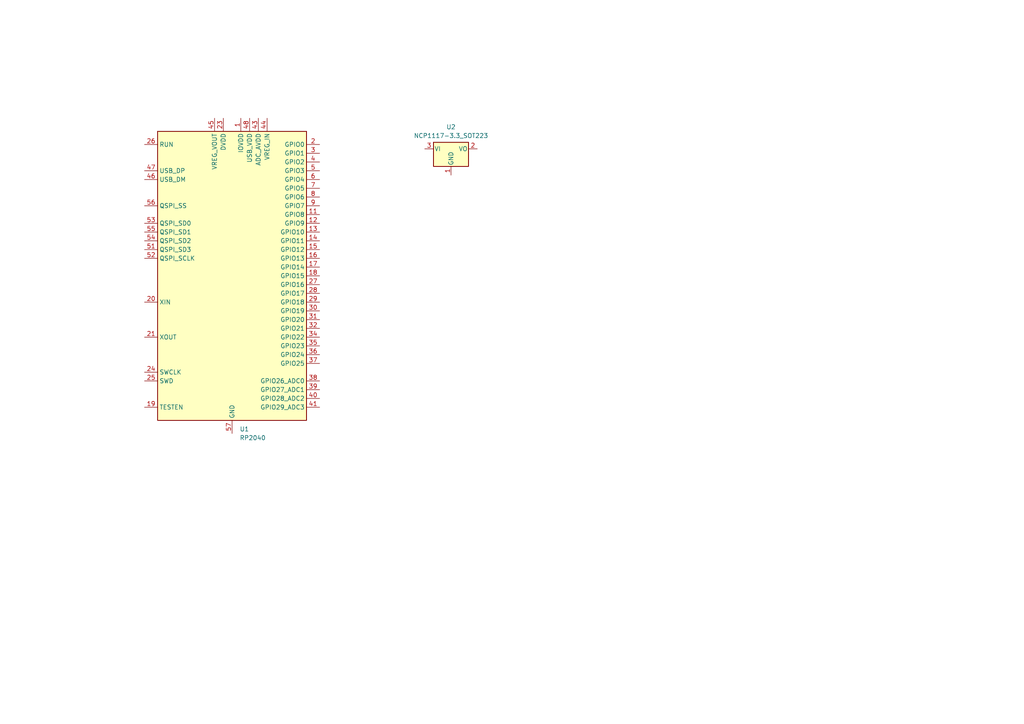
<source format=kicad_sch>
(kicad_sch (version 20230121) (generator eeschema)
  (paper "A4")
  (lib_symbols
    (symbol "MCU_RaspberryPi:RP2040"
      (property "Reference" "U" (at 17.78 45.72 0))
      (property "Value" "RP2040" (at 17.78 43.18 0))
      (symbol "RP2040_0_1"
        (rectangle (start -21.59 41.91) (end 21.59 -41.91) (stroke (width 0.254)) (fill (type background)))
      )
      (symbol "RP2040_1_1"
        (pin power_in line (at 2.54 45.72 270) (length 3.81) (name "IOVDD") (number "1"))
        (pin passive line (at 2.54 45.72 270) (length 3.81) hide (name "IOVDD") (number "10"))
        (pin bidirectional line (at 25.4 17.78 180) (length 3.81) (name "GPIO8") (number "11"))
        (pin bidirectional line (at 25.4 15.24 180) (length 3.81) (name "GPIO9") (number "12"))
        (pin bidirectional line (at 25.4 12.7 180) (length 3.81) (name "GPIO10") (number "13"))
        (pin bidirectional line (at 25.4 10.16 180) (length 3.81) (name "GPIO11") (number "14"))
        (pin bidirectional line (at 25.4 7.62 180) (length 3.81) (name "GPIO12") (number "15"))
        (pin bidirectional line (at 25.4 5.08 180) (length 3.81) (name "GPIO13") (number "16"))
        (pin bidirectional line (at 25.4 2.54 180) (length 3.81) (name "GPIO14") (number "17"))
        (pin bidirectional line (at 25.4 0 180) (length 3.81) (name "GPIO15") (number "18"))
        (pin input line (at -25.4 -38.1 0) (length 3.81) (name "TESTEN") (number "19"))
        (pin bidirectional line (at 25.4 38.1 180) (length 3.81) (name "GPIO0") (number "2"))
        (pin input line (at -25.4 -7.62 0) (length 3.81) (name "XIN") (number "20"))
        (pin passive line (at -25.4 -17.78 0) (length 3.81) (name "XOUT") (number "21"))
        (pin passive line (at 2.54 45.72 270) (length 3.81) hide (name "IOVDD") (number "22"))
        (pin power_in line (at -2.54 45.72 270) (length 3.81) (name "DVDD") (number "23"))
        (pin output line (at -25.4 -27.94 0) (length 3.81) (name "SWCLK") (number "24"))
        (pin bidirectional line (at -25.4 -30.48 0) (length 3.81) (name "SWD") (number "25"))
        (pin input line (at -25.4 38.1 0) (length 3.81) (name "RUN") (number "26"))
        (pin bidirectional line (at 25.4 -2.54 180) (length 3.81) (name "GPIO16") (number "27"))
        (pin bidirectional line (at 25.4 -5.08 180) (length 3.81) (name "GPIO17") (number "28"))
        (pin bidirectional line (at 25.4 -7.62 180) (length 3.81) (name "GPIO18") (number "29"))
        (pin bidirectional line (at 25.4 35.56 180) (length 3.81) (name "GPIO1") (number "3"))
        (pin bidirectional line (at 25.4 -10.16 180) (length 3.81) (name "GPIO19") (number "30"))
        (pin bidirectional line (at 25.4 -12.7 180) (length 3.81) (name "GPIO20") (number "31"))
        (pin bidirectional line (at 25.4 -15.24 180) (length 3.81) (name "GPIO21") (number "32"))
        (pin passive line (at 2.54 45.72 270) (length 3.81) hide (name "IOVDD") (number "33"))
        (pin bidirectional line (at 25.4 -17.78 180) (length 3.81) (name "GPIO22") (number "34"))
        (pin bidirectional line (at 25.4 -20.32 180) (length 3.81) (name "GPIO23") (number "35"))
        (pin bidirectional line (at 25.4 -22.86 180) (length 3.81) (name "GPIO24") (number "36"))
        (pin bidirectional line (at 25.4 -25.4 180) (length 3.81) (name "GPIO25") (number "37"))
        (pin bidirectional line (at 25.4 -30.48 180) (length 3.81) (name "GPIO26_ADC0") (number "38"))
        (pin bidirectional line (at 25.4 -33.02 180) (length 3.81) (name "GPIO27_ADC1") (number "39"))
        (pin bidirectional line (at 25.4 33.02 180) (length 3.81) (name "GPIO2") (number "4"))
        (pin bidirectional line (at 25.4 -35.56 180) (length 3.81) (name "GPIO28_ADC2") (number "40"))
        (pin bidirectional line (at 25.4 -38.1 180) (length 3.81) (name "GPIO29_ADC3") (number "41"))
        (pin passive line (at 2.54 45.72 270) (length 3.81) hide (name "IOVDD") (number "42"))
        (pin power_in line (at 7.62 45.72 270) (length 3.81) (name "ADC_AVDD") (number "43"))
        (pin power_in line (at 10.16 45.72 270) (length 3.81) (name "VREG_IN") (number "44"))
        (pin power_out line (at -5.08 45.72 270) (length 3.81) (name "VREG_VOUT") (number "45"))
        (pin bidirectional line (at -25.4 27.94 0) (length 3.81) (name "USB_DM") (number "46"))
        (pin bidirectional line (at -25.4 30.48 0) (length 3.81) (name "USB_DP") (number "47"))
        (pin power_in line (at 5.08 45.72 270) (length 3.81) (name "USB_VDD") (number "48"))
        (pin passive line (at 2.54 45.72 270) (length 3.81) hide (name "IOVDD") (number "49"))
        (pin bidirectional line (at 25.4 30.48 180) (length 3.81) (name "GPIO3") (number "5"))
        (pin passive line (at -2.54 45.72 270) (length 3.81) hide (name "DVDD") (number "50"))
        (pin bidirectional line (at -25.4 7.62 0) (length 3.81) (name "QSPI_SD3") (number "51"))
        (pin output line (at -25.4 5.08 0) (length 3.81) (name "QSPI_SCLK") (number "52"))
        (pin bidirectional line (at -25.4 15.24 0) (length 3.81) (name "QSPI_SD0") (number "53"))
        (pin bidirectional line (at -25.4 10.16 0) (length 3.81) (name "QSPI_SD2") (number "54"))
        (pin bidirectional line (at -25.4 12.7 0) (length 3.81) (name "QSPI_SD1") (number "55"))
        (pin bidirectional line (at -25.4 20.32 0) (length 3.81) (name "QSPI_SS") (number "56"))
        (pin power_in line (at 0 -45.72 90) (length 3.81) (name "GND") (number "57"))
        (pin bidirectional line (at 25.4 27.94 180) (length 3.81) (name "GPIO4") (number "6"))
        (pin bidirectional line (at 25.4 25.4 180) (length 3.81) (name "GPIO5") (number "7"))
        (pin bidirectional line (at 25.4 22.86 180) (length 3.81) (name "GPIO6") (number "8"))
        (pin bidirectional line (at 25.4 20.32 180) (length 3.81) (name "GPIO7") (number "9"))
      )
    )
    (symbol "Regulator_Linear:NCP1117-3.3_SOT223" (pin_names (offset 0.254))
      (property "Reference" "U" (at -3.81 3.175 0))
      (property "Value" "NCP1117-3.3_SOT223" (at 0 3.175 0))
      (symbol "NCP1117-3.3_SOT223_0_1"
        (rectangle (start -5.08 -5.08) (end 5.08 1.905) (stroke (width 0.254)) (fill (type background)))
      )
      (symbol "NCP1117-3.3_SOT223_1_1"
        (pin power_in line (at 0 -7.62 90) (length 2.54) (name "GND") (number "1"))
        (pin power_out line (at 7.62 0 180) (length 2.54) (name "VO") (number "2"))
        (pin power_in line (at -7.62 0 0) (length 2.54) (name "VI") (number "3"))
      )
    )
  )
  (symbol (lib_id "MCU_RaspberryPi:RP2040") (at 67.31 80.01 0) (unit 1)
    (property "Reference" "U1" (at 69.5041 124.46 0) (effects (justify left)))
    (property "Value" "RP2040" (at 69.5041 127 0) (effects (justify left)))
    (property "Footprint" "Package_DFN_QFN:QFN-56-1EP_7x7mm_P0.4mm_EP3.2x3.2mm" (effects hide))
    (property "Datasheet" "https://datasheets.raspberrypi.com/rp2040/rp2040-datasheet.pdf" (effects hide))
  )
  (symbol (lib_id "Regulator_Linear:NCP1117-3.3_SOT223") (at 130.81 43.18 0) (unit 1)
    (property "Reference" "U2" (at 130.81 36.83 0))
    (property "Value" "NCP1117-3.3_SOT223" (at 130.81 39.37 0))
    (property "Footprint" "Package_TO_SOT_SMD:SOT-223-3_TabPin2" (effects hide))
    (property "Datasheet" "http://www.onsemi.com/pub_link/Collateral/NCP1117-D.PDF" (effects hide))
  )
)
</source>
